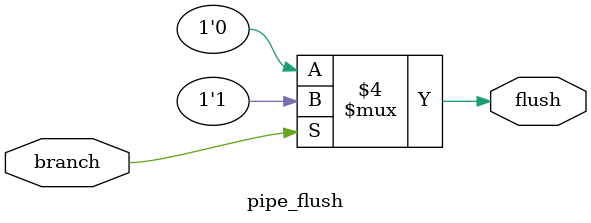
<source format=sv>
`timescale 1ns / 1ps


module pipe_flush(
    input logic branch,
    output logic flush
    );
    
always_comb begin
    if(branch==1)begin
        flush=1'b1;
    end
    else begin
        flush=1'b0;
    end
end


endmodule

</source>
